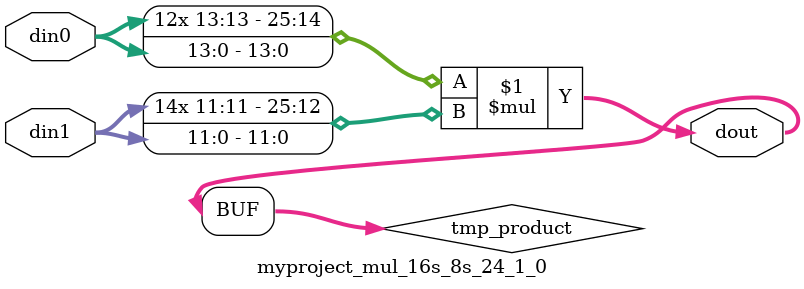
<source format=v>

`timescale 1 ns / 1 ps

  module myproject_mul_16s_8s_24_1_0(din0, din1, dout);
parameter ID = 1;
parameter NUM_STAGE = 0;
parameter din0_WIDTH = 14;
parameter din1_WIDTH = 12;
parameter dout_WIDTH = 26;

input [din0_WIDTH - 1 : 0] din0; 
input [din1_WIDTH - 1 : 0] din1; 
output [dout_WIDTH - 1 : 0] dout;

wire signed [dout_WIDTH - 1 : 0] tmp_product;













assign tmp_product = $signed(din0) * $signed(din1);








assign dout = tmp_product;







endmodule

</source>
